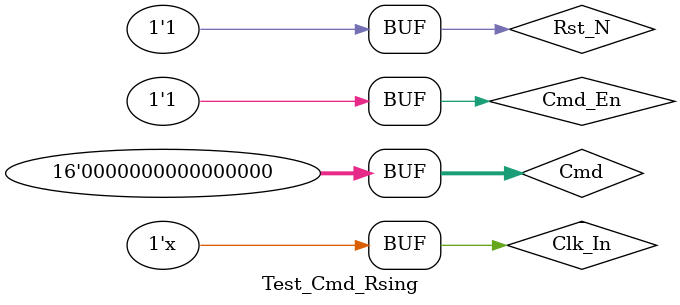
<source format=v>
`timescale 1ns / 1ps


module Test_Cmd_Rsing(

    );

	reg Clk_In;
	reg Rst_N;
	reg [16:1] Cmd;
	reg Cmd_En;


	initial
	begin
		Clk_In = 1'b0;
		Rst_N = 1'b0;
		Cmd_En = 1'b0;
		Cmd = 16'h0;
		#200
		Rst_N = 1'b1;
		Cmd_En = 1'b1;
		Cmd = 16'h55aa;
		#100
		Cmd = 16'd0;
	end		

	always @ (*)
	begin
		#12.5
		Clk_In <= ~Clk_In;
	end		

	Cmd_Rising_N_Clock 
	#(.EFFECT_CMD(16'h55aa),//Input effect words
		.LAST_CYC(8'd5)) //Input Last Cyc 
		Cmd_Rising_N_Clock_Inst(
    .Clk_In(Clk_In),
    .Rst_N(Rst_N),
    .Cmd_In(Cmd),
    .Cmd_En(Cmd_En),
    .Output_Valid_Sig()
    );
endmodule

</source>
